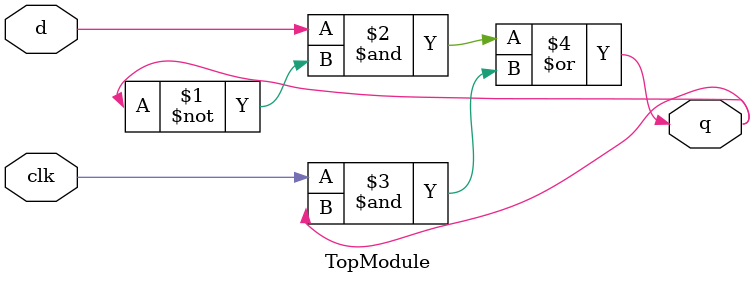
<source format=sv>

module TopModule (
  input clk,
  input d,
  output reg q
);
assign q = d & ~q | (clk & q);

endmodule

</source>
